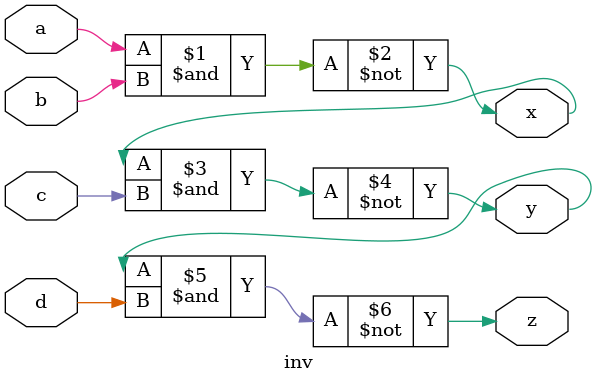
<source format=v>
`timescale 1ns / 1ps

module inv(
    input a,
    input b,
    input c,
    input d,
    output x,
    output y,
    output z
);
    
assign x = ~(a&b);
assign y = ~(x&c);
assign z = ~(y&d);

endmodule
</source>
